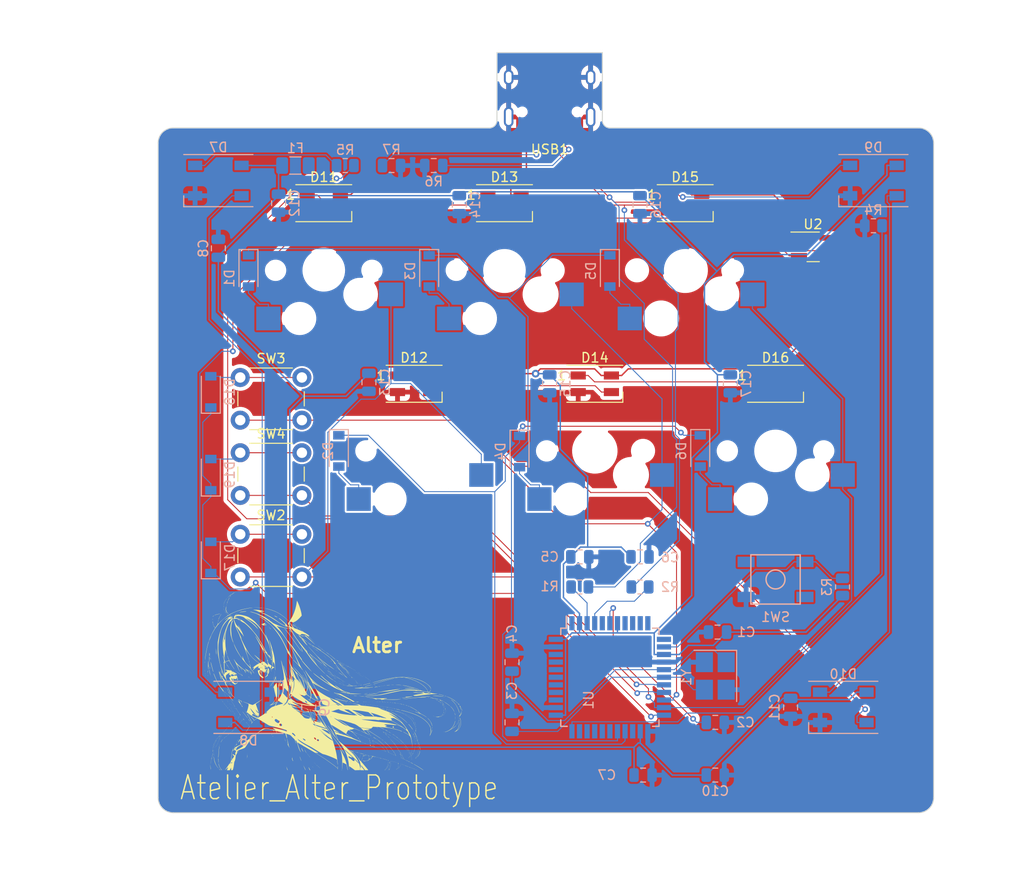
<source format=kicad_pcb>
(kicad_pcb (version 20211014) (generator pcbnew)
  (layers (0 "F.Cu" signal) (31 "B.Cu" signal) (34 "B.Paste" user) (35 "F.Paste" user) (36 "B.SilkS" user "B.Silkscreen") (37 "F.SilkS" user "F.Silkscreen") (38 "B.Mask" user) (39 "F.Mask" user) (44 "Edge.Cuts" user))
  (net 0 "")
  (net 1 "+5V")
  (net 2 "GND")
  (net 3 "Net-(C2-Pad2)")
  (net 4 "Net-(C3-Pad2)")
  (net 5 "Net-(C4-Pad2)")
  (net 6 "ROW1")
  (net 7 "Net-(D1-Pad2)")
  (net 8 "ROW2")
  (net 9 "Net-(D2-Pad2)")
  (net 10 "Net-(D3-Pad2)")
  (net 11 "Net-(D4-Pad2)")
  (net 12 "Net-(D5-Pad2)")
  (net 13 "Net-(D6-Pad2)")
  (net 14 "VCC")
  (net 15 "COL1")
  (net 16 "COL2")
  (net 17 "COL3")
  (net 18 "D-")
  (net 19 "Net-(R1-Pad2)")
  (net 20 "D+")
  (net 21 "Net-(R2-Pad2)")
  (net 22 "Net-(R3-Pad1)")
  (net 23 "Net-(R4-Pad1)")
  (net 28 "D11")
  (net 34 "ROW3")
  (net 36 "Net-(D17-Pad2)")
  (net 37 "Net-(D7-Pad2)")
  (net 38 "Net-(D7-Pad4)")
  (net 39 "D12")
  (net 47 "Net-(D10-Pad2)")
  (net 49 "D21")
  (net 50 "Net-(D11-Pad1)")
  (net 51 "Net-(D12-Pad1)")
  (net 52 "Net-(D13-Pad1)")
  (net 53 "Net-(D14-Pad1)")
  (net 55 "RGB")
  (net 56 "Net-(D18-Pad2)")
  (net 57 "Net-(D19-Pad2)")
  (net 60 "Net-(R6-Pad2)")
  (net 61 "Net-(R7-Pad2)")
  (footprint "MX_Only:MXOnly-1U-Hotswap" (layer "F.Cu") (at 174.625 92.8062 180)
    (fp_text reference "MX6")
    (fp_text value "MX-NoLED")
  )
  (footprint "LED_SMD:LED_SK6812MINI_PLCC4_3.5x3.5mm_P1.75mm" (layer "F.Cu") (at 155.575 85.725)
    (fp_text reference "D14")
    (fp_text value "SK6812MINI")
  )
  (footprint "Button_Switch_THT:SW_PUSH_6mm_H9.5mm" (layer "F.Cu") (at 118.1938 101.6)
    (fp_text reference "SW2")
    (fp_text value "SW_DPST")
  )
  (footprint "MX_Only:MXOnly-1U-Hotswap" (layer "F.Cu") (at 165.1 73.7562 180)
    (fp_text reference "MX5")
    (fp_text value "MX-NoLED")
  )
  (footprint "MX_Only:MXOnly-1U-Hotswap" (layer "F.Cu") (at 155.575 92.8062 180)
    (fp_text reference "MX4")
    (fp_text value "MX-NoLED")
  )
  (footprint "Button_Switch_THT:SW_PUSH_6mm_H9.5mm" (layer "F.Cu") (at 118.1938 85.0625)
    (fp_text reference "SW3")
    (fp_text value "SW_DPST")
  )
  (footprint "Alter_Drawing" (layer "F.Cu") (at 127.878929 116.481622)
    (fp_text reference "Alter")
    (fp_text value "LOGO" hide)
  )
  (footprint "LED_SMD:LED_SK6812MINI_PLCC4_3.5x3.5mm_P1.75mm" (layer "F.Cu") (at 127 66.675)
    (fp_text reference "D11")
    (fp_text value "SK6812MINI")
  )
  (footprint "LED_SMD:LED_SK6812MINI_PLCC4_3.5x3.5mm_P1.75mm" (layer "F.Cu") (at 146.05 66.675)
    (fp_text reference "D13")
    (fp_text value "SK6812MINI")
  )
  (footprint "MX_Only:MXOnly-1U-Hotswap" (layer "F.Cu") (at 146.05 73.7562 180)
    (fp_text reference "MX3")
    (fp_text value "MX-NoLED")
  )
  (footprint "MX_Only:MXOnly-1U-Hotswap" (layer "F.Cu") (at 127 73.7562 180)
    (fp_text reference "MX1")
    (fp_text value "MX-NoLED")
  )
  (footprint "Type-C:HRO-TYPE-C-31-M-12-HandSoldering" (layer "F.Cu") (at 150.8125 50.8 180)
    (fp_text reference "USB1")
    (fp_text value "HRO-TYPE-C-31-M-12")
  )
  (footprint "LED_SMD:LED_SK6812MINI_PLCC4_3.5x3.5mm_P1.75mm" (layer "F.Cu") (at 136.525 85.725)
    (fp_text reference "D12")
    (fp_text value "SK6812MINI")
  )
  (footprint "Button_Switch_THT:SW_PUSH_6mm_H9.5mm" (layer "F.Cu") (at 118.1938 93)
    (fp_text reference "SW4")
    (fp_text value "SW_DPST")
  )
  (footprint "MX_Only:MXOnly-1U-Hotswap" (layer "F.Cu") (at 136.525 92.8062 180)
    (fp_text reference "MX2")
    (fp_text value "MX-NoLED")
  )
  (footprint "Package_TO_SOT_SMD:SOT-143_Handsoldering" (layer "F.Cu") (at 178.5938 71.2812)
    (fp_text reference "U2")
    (fp_text value "PRTR5V0U2X")
  )
  (footprint "LED_SMD:LED_SK6812MINI_PLCC4_3.5x3.5mm_P1.75mm" (layer "F.Cu") (at 165.1 66.675)
    (fp_text reference "D15")
    (fp_text value "SK6812MINI")
  )
  (footprint "LED_SMD:LED_SK6812MINI_PLCC4_3.5x3.5mm_P1.75mm" (layer "F.Cu") (at 174.625 85.725)
    (fp_text reference "D16")
    (fp_text value "SK6812MINI")
  )
  (footprint "Diode_SMD:D_SOD-123" (layer "B.Cu") (at 157.1625 73.8187 -90)
    (fp_text reference "D5")
    (fp_text value "SOD-123")
  )
  (footprint "LED_SMD:LED_SK6812_PLCC4_5.0x5.0mm_P3.2mm" (layer "B.Cu") (at 181.7688 119.8562 180)
    (fp_text reference "D10")
    (fp_text value "SK6812")
  )
  (footprint "Package_QFP:TQFP-44_10x10mm_P0.8mm" (layer "B.Cu") (at 157.1625 116.6812 -90)
    (fp_text reference "U1")
    (fp_text value "ATmega32U4-A")
  )
  (footprint "Capacitor_SMD:C_0805_2012Metric" (layer "B.Cu") (at 160.6591 127)
    (fp_text reference "C7")
    (fp_text value "10uF")
  )
  (footprint "Capacitor_SMD:C_0805_2012Metric" (layer "B.Cu") (at 141.2875 66.8312 90)
    (fp_text reference "C14")
    (fp_text value "100uF")
  )
  (footprint "Resistor_SMD:R_0805_2012Metric" (layer "B.Cu") (at 184.9438 69.0562 180)
    (fp_text reference "R4")
    (fp_text value "10k")
  )
  (footprint "Diode_SMD:D_SOD-123" (layer "B.Cu") (at 119.0625 73.8187 -90)
    (fp_text reference "D1")
    (fp_text value "SOD-123")
  )
  (footprint "Capacitor_SMD:C_0805_2012Metric" (layer "B.Cu") (at 169.8625 85.725 90)
    (fp_text reference "C17")
    (fp_text value "100uF")
  )
  (footprint "Capacitor_SMD:C_0805_2012Metric" (layer "B.Cu") (at 134.1438 62.7062 180)
    (fp_text reference "R7")
    (fp_text value "5.1k")
  )
  (footprint "Fuse:Fuse_1206_3216Metric" (layer "B.Cu") (at 124.0125 62.7062 180)
    (fp_text reference "F1")
    (fp_text value "500mA")
  )
  (footprint "Resistor_SMD:R_0805_2012Metric" (layer "B.Cu") (at 153.9875 107.1562 180)
    (fp_text reference "R1")
    (fp_text value "22")
  )
  (footprint "random-keyboard-parts:SKQG-1155865" (layer "B.Cu") (at 174.625 106.3625 180)
    (fp_text reference "SW1")
    (fp_text value "RESET")
  )
  (footprint "Resistor_SMD:R_0805_2012Metric" (layer "B.Cu") (at 160.3375 107.1562)
    (fp_text reference "R2")
    (fp_text value "22")
  )
  (footprint "Capacitor_SMD:C_0805_2012Metric" (layer "B.Cu") (at 125.4125 119.8562 90)
    (fp_text reference "C9")
    (fp_text value "100nF")
  )
  (footprint "Capacitor_SMD:C_0805_2012Metric" (layer "B.Cu") (at 150.8125 85.725 90)
    (fp_text reference "C15")
    (fp_text value "100uF")
  )
  (footprint "Diode_SMD:D_SOD-123" (layer "B.Cu") (at 147.6375 92.8687 -90)
    (fp_text reference "D4")
    (fp_text value "SOD-123")
  )
  (footprint "Diode_SMD:D_SOD-123" (layer "B.Cu") (at 115.0938 104.0437 90)
    (fp_text reference "D17")
    (fp_text value "SOD-123")
  )
  (footprint "Capacitor_SMD:C_0805_2012Metric" (layer "B.Cu") (at 153.9875 103.9812)
    (fp_text reference "C5")
    (fp_text value "0.1uF")
  )
  (footprint "LED_SMD:LED_SK6812_PLCC4_5.0x5.0mm_P3.2mm" (layer "B.Cu") (at 184.9438 64.2937 180)
    (fp_text reference "D9")
    (fp_text value "SK6812")
  )
  (footprint "Capacitor_SMD:C_0805_2012Metric" (layer "B.Cu") (at 160.3375 103.9812)
    (fp_text reference "C6")
    (fp_text value "0.1uF")
  )
  (footprint "Capacitor_SMD:C_0805_2012Metric" (layer "B.Cu") (at 146.8438 115.0937 -90)
    (fp_text reference "C4")
    (fp_text value "22pF")
  )
  (footprint "Capacitor_SMD:C_0805_2012Metric" (layer "B.Cu") (at 138.5938 62.7062)
    (fp_text reference "R6")
    (fp_text value "5.1k")
  )
  (footprint "Diode_SMD:D_SOD-123" (layer "B.Cu") (at 115.0938 95.3125 90)
    (fp_text reference "D19")
    (fp_text value "SOD-123")
  )
  (footprint "LED_SMD:LED_SK6812_PLCC4_5.0x5.0mm_P3.2mm" (layer "B.Cu") (at 115.8875 64.2937 180)
    (fp_text reference "D7")
    (fp_text value "SK6812")
  )
  (footprint "Capacitor_SMD:C_0805_2012Metric" (layer "B.Cu") (at 115.8875 71.4375 90)
    (fp_text reference "C8")
    (fp_text value "100nF")
  )
  (footprint "Diode_SMD:D_SOD-123" (layer "B.Cu") (at 128.5875 92.8062 -90)
    (fp_text reference "D2")
    (fp_text value "SOD-123")
  )
  (footprint "Capacitor_SMD:C_0805_2012Metric" (layer "B.Cu") (at 176.2125 119.8562 -90)
    (fp_text reference "C11")
    (fp_text value "100nF")
  )
  (footprint "LED_SMD:LED_SK6812_PLCC4_5.0x5.0mm_P3.2mm" (layer "B.Cu") (at 119.0625 119.8562)
    (fp_text reference "D8")
    (fp_text value "SK6812")
  )
  (footprint "Capacitor_SMD:C_0805_2012Metric" (layer "B.Cu") (at 131.7625 85.5687 90)
    (fp_text reference "C13")
    (fp_text value "100uF")
  )
  (footprint "Resistor_SMD:R_0805_2012Metric" (layer "B.Cu") (at 129.2625 62.7062 180)
    (fp_text reference "R5")
    (fp_text value "300")
  )
  (footprint "Capacitor_SMD:C_0805_2012Metric" (layer "B.Cu") (at 168.5125 111.9187 180)
    (fp_text reference "C1")
    (fp_text value "0.1uF")
  )
  (footprint "Diode_SMD:D_SOD-123" (layer "B.Cu") (at 138.1125 73.8187 -90)
    (fp_text reference "D3")
    (fp_text value "SOD-123")
  )
  (footprint "Capacitor_SMD:C_0805_2012Metric" (layer "B.Cu") (at 168.275 127)
    (fp_text reference "C10")
    (fp_text value "100nF")
  )
  (footprint "Crystal:Crystal_SMD_3225-4Pin_3.2x2.5mm_HandSoldering" (layer "B.Cu") (at 168.275 116.5437 -90)
    (fp_text reference "Y1")
    (fp_text value "16Mhz")
  )
  (footprint "Diode_SMD:D_SOD-123" (layer "B.Cu") (at 115.0938 86.5812 90)
    (fp_text reference "D18")
    (fp_text value "SOD-123")
  )
  (footprint "Diode_SMD:D_SOD-123" (layer "B.Cu") (at 166.6875 92.8062 -90)
    (fp_text reference "D6")
    (fp_text value "SOD-123")
  )
  (footprint "Resistor_SMD:R_0805_2012Metric" (layer "B.Cu") (at 181.6888 107.1562 -90)
    (fp_text reference "R3")
    (fp_text value "10k")
  )
  (footprint "Capacitor_SMD:C_0805_2012Metric" (layer "B.Cu") (at 160.3375 66.8312 90)
    (fp_text reference "C16")
    (fp_text value "100uF")
  )
  (footprint "Capacitor_SMD:C_0805_2012Metric" (layer "B.Cu") (at 122.2375 66.675 90)
    (fp_text reference "C12")
    (fp_text value "100uF")
  )
  (footprint "Capacitor_SMD:C_0805_2012Metric" (layer "B.Cu") (at 168.275 121.4437 180)
    (fp_text reference "C2")
    (fp_text value "1uF")
  )
  (footprint "Capacitor_SMD:C_0805_2012Metric" (layer "B.Cu") (at 146.8438 121.4437 -90)
    (fp_text reference "C3")
    (fp_text value "22pF")
  )
  (gr_arc (start 191.29375 129.38125) (mid 190.828782 130.503782) (end 189.70625 130.96875) (layer "Edge.Cuts") (width 0.1))
  (gr_line (start 157.1625 58.7375) (end 189.70625 58.7375) (layer "Edge.Cuts") (width 0.1))
  (gr_arc (start 189.70625 58.7375) (mid 190.8288 59.202465) (end 191.29375 60.325) (layer "Edge.Cuts") (width 0.1))
  (gr_line (start 145.25625 50.8) (end 156.36875 50.8) (layer "Edge.Cuts") (width 0.1))
  (gr_arc (start 109.5375 60.325) (mid 110.002483 59.202483) (end 111.125 58.7375) (layer "Edge.Cuts") (width 0.1))
  (gr_line (start 191.29375 60.325) (end 191.29375 129.38125) (layer "Edge.Cuts") (width 0.1))
  (gr_arc (start 145.25625 57.94375) (mid 145.023766 58.505016) (end 144.4625 58.7375) (layer "Edge.Cuts") (width 0.1))
  (gr_line (start 189.70625 130.96875) (end 111.125 130.96875) (layer "Edge.Cuts") (width 0.1))
  (gr_arc (start 111.125 130.96875) (mid 110.0025 130.503764) (end 109.5375 129.38125) (layer "Edge.Cuts") (width 0.1))
  (gr_line (start 111.125 58.7375) (end 144.4625 58.7375) (layer "Edge.Cuts") (width 0.1))
  (gr_line (start 145.25625 50.8) (end 145.25625 57.94375) (layer "Edge.Cuts") (width 0.1))
  (gr_line (start 109.5375 129.38125) (end 109.5375 60.325) (layer "Edge.Cuts") (width 0.1))
  (gr_line (start 156.36875 50.8) (end 156.36875 57.94375) (layer "Edge.Cuts") (width 0.1))
  (gr_arc (start 157.1625 58.7375) (mid 156.601234 58.505016) (end 156.36875 57.94375) (layer "Edge.Cuts") (width 0.1))
  (gr_text "Atelier_Alter_Prototype" (at 128.621884 128.333525) (layer "F.SilkS") (effects (font (size 2.5 2))))
  (segment (start 148.3625 63.4619) (end 146.7247 65.0997) (width 0.15) (layer "F.Cu") (net 1))
  (segment (start 174.5994 84.1497) (end 159.1006 84.1497) (width 0.15) (layer "F.Cu") (net 1))
  (segment (start 174.5994 84.1497) (end 181.2191 77.53) (width 0.15) (layer "F.Cu") (net 1))
  (segment (start 146.7247 65.8) (end 146.7247 65.0997) (width 0.15) (layer "F.Cu") (net 1))
  (segment (start 179.5312 70.3312) (end 178.9685 70.3312) (width 0.15) (layer "F.Cu") (net 1))
  (segment (start 159.1006 84.1497) (end 158.4003 84.85) (width 0.15) (layer "F.Cu") (net 1))
  (segment (start 152.9576 57.1898) (end 153.2625 57.4947) (width 0.15) (layer "F.Cu") (net 1))
  (segment (start 153.2625 58.995) (end 153.2625 60.4953) (width 0.15) (layer "F.Cu") (net 1))
  (segment (start 180.0938 70.3312) (end 181.2191 70.3312) (width 0.15) (layer "F.Cu") (net 1))
  (segment (start 160.0929 60.4953) (end 153.2625 60.4953) (width 0.15) (layer "F.Cu") (net 1))
  (segment (start 153.2625 58.995) (end 153.2625 57.4947) (width 0.15) (layer "F.Cu") (net 1))
  (segment (start 148.6674 57.1898) (end 152.9576 57.1898) (width 0.15) (layer "F.Cu") (net 1))
  (segment (start 176.375 84.85) (end 175.2997 84.85) (width 0.15) (layer "F.Cu") (net 1))
  (segment (start 130.5256 65.0997) (end 129.8253 65.8) (width 0.15) (layer "F.Cu") (net 1))
  (segment (start 174.4373 65.8) (end 178.9685 70.3312) (width 0.15) (layer "F.Cu") (net 1))
  (segment (start 138.275 84.85) (end 139.3503 84.85) (width 0.15) (layer "F.Cu") (net 1))
  (segment (start 149.332 84.6582) (end 139.5421 84.6582) (width 0.15) (layer "F.Cu") (net 1))
  (segment (start 149.332 84.6582) (end 149.8405 84.1497) (width 0.15) (layer "F.Cu") (net 1))
  (segment (start 148.3625 57.4947) (end 148.6674 57.1898) (width 0.15) (layer "F.Cu") (net 1))
  (segment (start 165.7747 65.8) (end 163.9646 63.9899) (width 0.15) (layer "F.Cu") (net 1))
  (segment (start 155.5494 84.1497) (end 156.2497 84.85) (width 0.15) (layer "F.Cu") (net 1))
  (segment (start 147.8 65.8) (end 146.7247 65.8) (width 0.15) (layer "F.Cu") (net 1))
  (segment (start 166.85 65.8) (end 165.7747 65.8) (width 0.15) (layer "F.Cu") (net 1))
  (segment (start 148.3625 58.995) (end 148.3625 57.4947) (width 0.15) (layer "F.Cu") (net 1))
  (segment (start 128.75 65.8) (end 129.8253 65.8) (width 0.15) (layer "F.Cu") (net 1))
  (segment (start 157.325 84.85) (end 158.4003 84.85) (width 0.15) (layer "F.Cu") (net 1))
  (segment (start 166.85 65.8) (end 174.4373 65.8) (width 0.15) (layer "F.Cu") (net 1))
  (segment (start 157.325 84.85) (end 156.2497 84.85) (width 0.15) (layer "F.Cu") (net 1))
  (segment (start 148.3625 58.995) (end 148.3625 63.4619) (width 0.15) (layer "F.Cu") (net 1))
  (segment (start 179.5312 70.3312) (end 180.0938 70.3312) (width 0.15) (layer "F.Cu") (net 1))
  (segment (start 163.9646 63.9899) (end 163.5875 63.9899) (width 0.15) (layer "F.Cu") (net 1))
  (segment (start 139.5421 84.6582) (end 139.3503 84.85) (width 0.15) (layer "F.Cu") (net 1))
  (segment (start 181.2191 77.53) (end 181.2191 70.3312) (width 0.15) (layer "F.Cu") (net 1))
  (segment (start 163.5875 63.9899) (end 160.0929 60.4953) (width 0.15) (layer "F.Cu") (net 1))
  (segment (start 146.7247 65.0997) (end 130.5256 65.0997) (width 0.15) (layer "F.Cu") (net 1))
  (segment (start 175.2997 84.85) (end 174.5994 84.1497) (width 0.15) (layer "F.Cu") (net 1))
  (segment (start 149.8405 84.1497) (end 155.5494 84.1497) (width 0.15) (layer "F.Cu") (net 1))
  (via (at 149.332 84.6582) (size 0.8) (drill 0.4) (layers "F.Cu" "B.Cu") (net 1))
  (segment (start 123.4184 118.8121) (end 123.4184 88.464) (width 0.15) (layer "B.Cu") (net 1))
  (segment (start 127.2153 124.0599) (end 125.4125 122.2571) (width 0.15) (layer "B.Cu") (net 1))
  (segment (start 119.3753 62.7062) (end 122.2375 62.7062) (width 0.15) (layer "B.Cu") (net 1))
  (segment (start 182.4182 119.0315) (end 176.3378 119.0315) (width 0.15) (layer "B.Cu") (net 1))
  (segment (start 177.9929 72.0946) (end 186.3685 63.719) (width 0.15) (layer "B.Cu") (net 1))
  (segment (start 123.4184 88.464) (end 124.8489 87.0335) (width 0.15) (layer "B.Cu") (net 1))
  (segment (start 115.8875 72.2312) (end 115.8875 72.3875) (width 0.15) (layer "B.Cu") (net 1))
  (segment (start 165.4328 113.3179) (end 168.0633 113.3179) (width 0.15) (layer "B.Cu") (net 1))
  (segment (start 152.269 104.7497) (end 153.0375 103.9812) (width 0.15) (layer "B.Cu") (net 1))
  (segment (start 153.9625 111.4062) (end 153.9625 112.0065) (width 0.15) (layer "B.Cu") (net 1))
  (segment (start 118.3375 62.6937) (end 119.3628 62.6937) (width 0.15) (layer "B.Cu") (net 1))
  (segment (start 168.4986 84.775) (end 167.1347 83.4111) (width 0.15) (layer "B.Cu") (net 1))
  (segment (start 165.7863 108.0574) (end 165.7863 93.5668) (width 0.15) (layer "B.Cu") (net 1))
  (segment (start 160.3625 122.3812) (end 160.3625 123.4065) (width 0.15) (layer "B.Cu") (net 1))
  (segment (start 122.2375 65.725) (end 122.2375 65.8812) (width 0.15) (layer "B.Cu") (net 1))
  (segment (start 151.4625 120.6812) (end 152.4878 120.6812) (width 0.15) (layer "B.Cu") (net 1))
  (segment (start 157.9625 112.0065) (end 153.9625 112.0065) (width 0.15) (layer "B.Cu") (net 1))
  (segment (start 115.8875 72.3875) (end 115.8875 78.0721) (width 0.15) (layer "B.Cu") (net 1))
  (segment (start 169.4625 111.9187) (end 177.8388 111.9187) (width 0.15) (layer "B.Cu") (net 1))
  (segment (start 167.1347 83.4111) (end 167.1347 75.1745) (width 0.15) (layer "B.Cu") (net 1))
  (segment (start 151.9361 85.8986) (end 150.8125 84.775) (width 0.15) (layer "B.Cu") (net 1))
  (segment (start 122.2375 62.7062) (end 122.6125 62.7062) (width 0.15) (layer "B.Cu") (net 1))
  (segment (start 154.8196 102.9523) (end 158.3586 102.9523) (width 0.15) (layer "B.Cu") (net 1))
  (segment (start 164.4695 114.2812) (end 165.4328 113.3179) (width 0.15) (layer "B.Cu") (net 1))
  (segment (start 153.9625 110.9812) (end 153.9625 109.9559) (width 0.15) (layer "B.Cu") (net 1))
  (segment (start 168.4496 73.8596) (end 170.2146 72.0946) (width 0.15) (layer "B.Cu") (net 1))
  (segment (start 122.2375 65.8812) (end 115.8875 72.2312) (width 0.15) (layer "B.Cu") (net 1))
  (segment (start 161.8344 114.2784) (end 161.8372 114.2812) (width 0.15) (layer "B.Cu") (net 1))
  (segment (start 177.8388 111.9187) (end 181.6888 108.0687) (width 0.15) (layer "B.Cu") (net 1))
  (segment (start 157.9625 110.9812) (end 157.9625 112.0065) (width 0.15) (layer "B.Cu") (net 1))
  (segment (start 116.6125 121.4562) (end 117.6378 121.4562) (width 0.15) (layer "B.Cu") (net 1))
  (segment (start 153.9625 112.0065) (end 153.1625 112.0065) (width 0.15) (layer "B.Cu") (net 1))
  (segment (start 122.2375 62.7062) (end 122.2375 65.725) (width 0.15) (layer "B.Cu") (net 1))
  (segment (start 160.3375 65.8812) (end 159.9319 65.4756) (width 0.15) (layer "B.Cu") (net 1))
  (segment (start 163.7486 127) (end 167.325 127) (width 0.15) (layer "B.Cu") (net 1))
  (segment (start 162.8625 114.2812) (end 164.4695 114.2812) (width 0.15) (layer "B.Cu") (net 1))
  (segment (start 161.8344 112.0093) (end 161.8344 114.2784) (width 0.15) (layer "B.Cu") (net 1))
  (segment (start 153.9625 109.9559) (end 152.269 108.2624) (width 0.15) (layer "B.Cu") (net 1))
  (segment (start 157.9653 112.0093) (end 157.9625 112.0065) (width 0.15) (layer "B.Cu") (net 1))
  (segment (start 153.1625 112.0065) (end 152.4878 112.6812) (width 0.15) (layer "B.Cu") (net 1))
  (segment (start 167.1347 75.1745) (end 168.4496 73.8596) (width 0.15) (layer "B.Cu") (net 1))
  (segment (start 162.3499 114.2812) (end 161.8372 114.2812) (width 0.15) (layer "B.Cu") (net 1))
  (segment (start 167.325 127) (end 175.4188 118.9062) (width 0.15) (layer "B.Cu") (net 1))
  (segment (start 151.4625 112.6812) (end 152.4878 112.6812) (width 0.15) (layer "B.Cu") (net 1))
  (segment (start 125.4125 122.2571) (end 118.4387 122.2571) (width 0.15) (layer "B.Cu") (net 1))
  (segment (start 153.0375 103.9812) (end 154.0664 102.9523) (width 0.15) (layer "B.Cu") (net 1))
  (segment (start 187.3938 62.6937) (end 186.3685 62.6937) (width 0.15) (layer "B.Cu") (net 1))
  (segment (start 170.2146 72.0946) (end 177.9929 72.0946) (width 0.15) (layer "B.Cu") (net 1))
  (segment (start 154.0664 102.9523) (end 154.8196 102.9523) (width 0.15) (layer "B.Cu") (net 1))
  (segment (start 186.3685 63.719) (end 186.3685 62.6937) (width 0.15) (layer "B.Cu") (net 1))
  (segment (start 175.4188 118.9062) (end 176.2125 118.9062) (width 0.15) (layer "B.Cu") (net 1))
  (segment (start 141.6931 65.4756) (end 141.2875 65.8812) (width 0.15) (layer "B.Cu") (net 1))
  (segment (start 119.3628 62.6937) (end 119.3753 62.7062) (width 0.15) (layer "B.Cu") (net 1))
  (segment (start 168.4496 73.8596) (end 160.4712 65.8812) (width 0.15) (layer "B.Cu") (net 1))
  (segment (start 149.332 84.6582) (end 150.6957 84.6582) (width 0.15) (layer "B.Cu") (net 1))
  (segment (start 125.4125 122.2571) (end 125.4125 120.8062) (width 0.15) (layer "B.Cu") (net 1))
  (segment (start 159.7091 127) (end 159.7091 124.0599) (width 0.15) (layer "B.Cu") (net 1))
  (segment (start 159.7091 124.0599) (end 160.1551 123.6139) (width 0.15) (layer "B.Cu") (net 1))
  (segment (start 122.2375 65.8812) (end 141.2875 65.8812) (width 0.15) (layer "B.Cu") (net 1))
  (segment (start 165.7863 93.5668) (end 168.4986 90.8545) (width 0.15) (layer "B.Cu") (net 1))
  (segment (start 161.8344 112.0093) (end 165.7863 108.0574) (width 0.15) (layer "B.Cu") (net 1))
  (segment (start 118.4387 122.2571) (end 117.6378 121.4562) (width 0.15) (layer "B.Cu") (net 1))
  (segment (start 160.4712 65.8812) (end 160.3375 65.8812) (width 0.15) (layer "B.Cu") (net 1))
  (segment (start 153.9625 111.4062) (end 153.9625 110.9812) (width 0.15) (layer "B.Cu") (net 1))
  (segment (start 176.3378 119.0315) (end 176.2125 118.9062) (width 0.15) (layer "B.Cu") (net 1))
  (segment (start 183.1935 118.2562) (end 182.4182 119.0315) (width 0.15) (layer "B.Cu") (net 1))
  (segment (start 160.1551 123.6139) (end 160.3625 123.6139) (width 0.15) (layer "B.Cu") (net 1))
  (segment (start 159.7091 124.0599) (end 127.2153 124.0599) (width 0.15) (layer "B.Cu") (net 1))
  (segment (start 160.3625 123.4065) (end 160.3625 123.6139) (width 0.15) (layer "B.Cu") (net 1))
  (segment (start 168.4986 90.8545) (end 168.4986 84.775) (width 0.15) (layer "B.Cu") (net 1))
  (segment (start 115.8875 78.0721) (end 124.8489 87.0335) (width 0.15) (layer "B.Cu") (net 1))
  (segment (start 162.3499 114.2812) (end 162.8625 114.2812) (width 0.15) (layer "B.Cu") (net 1))
  (segment (start 124.8489 87.0335) (end 129.3477 87.0335) (width 0.15) (layer "B.Cu") (net 1))
  (segment (start 151.9361 92.6203) (end 151.9361 85.8986) (width 0.15) (layer "B.Cu") (net 1))
  (segment (start 161.8344 112.0093) (end 157.9653 112.0093) (width 0.15) (layer "B.Cu") (net 1))
  (segment (start 160.3625 123.6139) (end 163.7486 127) (width 0.15) (layer "B.Cu") (net 1))
  (segment (start 154.8196 95.5038) (end 151.9361 92.6203) (width 0.15) (layer "B.Cu") (net 1))
  (segment (start 152.269 108.2624) (end 152.269 104.7497) (width 0.15) (layer "B.Cu") (net 1))
  (segment (start 150.6957 84.6582) (end 150.8125 84.775) (width 0.15) (layer "B.Cu") (net 1))
  (segment (start 168.0633 113.3179) (end 169.4625 111.9187) (width 0.15) (layer "B.Cu") (net 1))
  (segment (start 159.9319 65.4756) (end 141.6931 65.4756) (width 0.15) (layer "B.Cu") (net 1))
  (segment (start 125.4125 120.8062) (end 123.4184 118.8121) (width 0.15) (layer "B.Cu") (net 1))
  (segment (start 129.3477 87.0335) (end 131.7625 84.6187) (width 0.15) (layer "B.Cu") (net 1))
  (segment (start 184.2188 118.2562) (end 183.1935 118.2562) (width 0.15) (layer "B.Cu") (net 1))
  (segment (start 169.8625 84.775) (end 168.4986 84.775) (width 0.15) (layer "B.Cu") (net 1))
  (segment (start 154.8196 102.9523) (end 154.8196 95.5038) (width 0.15) (layer "B.Cu") (net 1))
  (segment (start 152.4878 120.6812) (end 152.4878 112.6812) (width 0.15) (layer "B.Cu") (net 1))
  (segment (start 158.3586 102.9523) (end 159.3875 103.9812) (width 0.15) (layer "B.Cu") (net 1))
  (segment (start 157.514 112.6391) (end 157.514 109.382) (width 0.1) (layer "F.Cu") (net 3))
  (segment (start 165.9375 121.0626) (end 157.514 112.6391) (width 0.1) (layer "F.Cu") (net 3))
  (via (at 165.9375 121.0626) (size 0.6) (drill 0.3) (layers "F.Cu" "B.Cu") (net 3))
  (via (at 157.514 109.382) (size 0.6) (drill 0.3) (layers "F.Cu" "B.Cu") (net 3))
  (segment (start 157.514 109.382) (end 157.1625 109.7335) (width 0.1) (layer "B.Cu") (net 3))
  (segment (start 167.325 121.4437) (end 166.3186 121.4437) (width 0.1) (layer "B.Cu") (net 3))
  (segment (start 166.3186 121.4437) (end 165.9375 121.0626) (width 0.1) (layer "B.Cu") (net 3))
  (segment (start 157.1625 109.7335) (end 157.1625 110.9812) (width 0.1) (layer "B.Cu") (net 3))
  (segment (start 164.6622 116.6812) (end 162.8625 116.6812) (width 0.1) (layer "B.Cu") (net 4))
  (segment (start 165.9747 117.9937) (end 164.6622 116.6812) (width 0.1) (layer "B.Cu") (net 4))
  (segment (start 146.8438 122.3937) (end 151.6604 122.3937) (width 0.1) (layer "B.Cu") (net 4))
  (segment (start 167.125 117.9937) (end 165.9747 117.9937) (width 0.1) (layer "B.Cu") (net 4))
  (segment (start 151.6604 122.3937) (end 157.3729 116.6812) (width 0.1) (layer "B.Cu") (net 4))
  (segment (start 157.3729 116.6812) (end 162.8625 116.6812) (width 0.1) (layer "B.Cu") (net 4))
  (segment (start 163.9697 115.8812) (end 162.8625 115.8812) (width 0.1) (layer "B.Cu") (net 5))
  (segment (start 169.425 115.0937) (end 169.425 115.0897) (width 0.1) (layer "B.Cu") (net 5))
  (segment (start 166.0576 113.7933) (end 163.9697 115.8812) (width 0.1) (layer "B.Cu") (net 5))
  (segment (start 169.425 115.0897) (end 168.1286 113.7933) (width 0.1) (layer "B.Cu") (net 5))
  (segment (start 162.8625 115.8812) (end 157.748 115.8812) (width 0.1) (layer "B.Cu") (net 5))
  (segment (start 168.1286 113.7933) (end 166.0576 113.7933) (width 0.1) (layer "B.Cu") (net 5))
  (segment (start 152.3885 121.2407) (end 150.6319 121.2407) (width 0.1) (layer "B.Cu") (net 5))
  (segment (start 157.748 115.8812) (end 152.3885 121.2407) (width 0.1) (layer "B.Cu") (net 5))
  (segment (start 146.8438 117.4526) (end 146.8438 116.0437) (width 0.1) (layer "B.Cu") (net 5))
  (segment (start 150.6319 121.2407) (end 146.8438 117.4526) (width 0.1) (layer "B.Cu") (net 5))
  (segment (start 145.8623 112.1762) (end 145.8623 122.8823) (width 0.1) (layer "B.Cu") (net 6))
  (segment (start 138.1125 72.1687) (end 138.9628 72.1687) (width 0.1) (layer "B.Cu") (net 6))
  (segment (start 146.5823 76.7084) (end 148.5284 78.6546) (width 0.1) (layer "B.Cu") (net 6))
  (segment (start 157.1625 72.1687) (end 151.122 72.1687) (width 0.1) (layer "B.Cu") (net 6))
  (segment (start 145.8623 122.8823) (end 146.3615 123.3815) (width 0.1) (layer "B.Cu") (net 6))
  (segment (start 145.4361 76.5787) (end 146.4525 76.5787) (width 0.1) (layer "B.Cu") (net 6))
  (segment (start 157.9625 122.3812) (end 157.9625 123.3815) (width 0.1) (layer "B.Cu") (net 6))
  (segment (start 138.1125 71.4684) (end 119.0625 71.4684) (width 0.1) (layer "B.Cu") (net 6))
  (segment (start 119.0625 72.1687) (end 119.0625 71.4684) (width 0.1) (layer "B.Cu") (net 6))
  (segment (start 138.9628 72.1687) (end 141.0261 72.1687) (width 0.1) (layer "B.Cu") (net 6))
  (segment (start 146.7872 111.2513) (end 145.8623 112.1762) (width 0.1) (layer "B.Cu") (net 6))
  (segment (start 141.0261 72.1687) (end 145.4361 76.5787) (width 0.1) (layer "B.Cu") (net 6))
  (segment (start 146.7872 93.475) (end 146.7872 111.2513) (width 0.1) (layer "B.Cu") (net 6))
  (segment (start 151.122 72.1687) (end 146.5823 76.7084) (width 0.1) (layer "B.Cu") (net 6))
  (segment (start 148.5284 91.7338) (end 146.7872 93.475) (width 0.1) (layer "B.Cu") (net 6))
  (segment (start 146.4525 76.5787) (end 146.5823 76.7084) (width 0.1) (layer "B.Cu") (net 6))
  (segment (start 138.1125 72.1687) (end 138.1125 71.4684) (width 0.1) (layer "B.Cu") (net 6))
  (segment (start 148.5284 78.6546) (end 148.5284 91.7338) (width 0.1) (layer "B.Cu") (net 6))
  (segment (start 146.3615 123.3815) (end 157.9625 123.3815) (width 0.1) (layer "B.Cu") (net 6))
  (segment (start 119.0625 75.4687) (end 119.0625 76.169) (width 0.1) (layer "B.Cu") (net 7))
  (segment (start 121.158 78.8362) (end 121.158 77.3359) (width 0.1) (layer "B.Cu") (net 7))
  (segment (start 120.2294 77.3359) (end 121.158 77.3359) (width 0.1) (layer "B.Cu") (net 7))
  (segment (start 119.0625 76.169) (end 120.2294 77.3359) (width 0.1) (layer "B.Cu") (net 7))
  (segment (start 163.9871 90.2058) (end 147.9772 90.2058) (width 0.1) (layer "F.Cu") (net 8))
  (segment (start 164.6488 90.8675) (end 163.9871 90.2058) (width 0.1) (layer "F.Cu") (net 8))
  (via (at 164.6488 90.8675) (size 0.6) (drill 0.3) (layers "F.Cu" "B.Cu") (net 8))
  (via (at 147.9772 90.2058) (size 0.6) (drill 0.3) (layers "F.Cu" "B.Cu") (net 8))
  (segment (start 147.6375 91.5249) (end 147.6375 91.2187) (width 0.1) (layer "B.Cu") (net 8))
  (segment (start 145.029 97.1003) (end 137.6451 97.1003) (width 0.1) (layer "B.Cu") (net 8))
  (segment (start 146.1409 93.4156) (end 146.1409 95.9884) (width 0.1) (layer "B.Cu") (net 8))
  (segment (start 147.6375 91.2187) (end 147.6375 90.5184) (width 0.1) (layer "B.Cu") (net 8))
  (segment (start 147.6375 91.919) (end 146.1409 93.4156) (width 0.1) (layer "B.Cu") (net 8))
  (segment (start 146.2388 123.7345) (end 145.029 122.5247) (width 0.1) (layer "B.Cu") (net 8))
  (segment (start 147.6646 90.5184) (end 147.6375 90.5184) (width 0.1) (layer "B.Cu") (net 8))
  (segment (start 137.6451 97.1003) (end 131.701 91.1562) (width 0.1) (layer "B.Cu") (net 8))
  (segment (start 145.029 122.5247) (end 145.029 97.1003) (width 0.1) (layer "B.Cu") (net 8))
  (segment (start 147.6375 91.5249) (end 147.6375 91.919) (width 0.1) (layer "B.Cu") (net 8))
  (segment (start 147.9772 90.2058) (end 147.6646 90.5184) (width 0.1) (layer "B.Cu") (net 8))
  (segment (start 158.4095 123.7345) (end 146.2388 123.7345) (width 0.1) (layer "B.Cu") (net 8))
  (segment (start 131.701 91.1562) (end 128.5875 91.1562) (width 0.1) (layer "B.Cu") (net 8))
  (segment (start 166.6875 91.1562) (end 164.9375 91.1562) (width 0.1) (layer "B.Cu") (net 8))
  (segment (start 164.9375 91.1562) (end 164.6488 90.8675) (width 0.1) (layer "B.Cu") (net 8))
  (segment (start 158.7625 123.3815) (end 158.4095 123.7345) (width 0.1) (layer "B.Cu") (net 8))
  (segment (start 146.1409 95.9884) (end 145.029 97.1003) (width 0.1) (layer "B.Cu") (net 8))
  (segment (start 158.7625 122.3812) (end 158.7625 123.3815) (width 0.1) (layer "B.Cu") (net 8))
  (segment (start 129.8169 96.3859) (end 130.683 96.3859) (width 0.1) (layer "B.Cu") (net 9))
  (segment (start 128.5875 94.4562) (end 128.5875 95.1565) (width 0.1) (layer "B.Cu") (net 9))
  (segment (start 130.683 97.8862) (end 130.683 96.3859) (width 0.1) (layer "B.Cu") (net 9))
  (segment (start 128.5875 95.1565) (end 129.8169 96.3859) (width 0.1) (layer "B.Cu") (net 9))
  (segment (start 138.1125 76.169) (end 139.0411 76.169) (width 0.1) (layer "B.Cu") (net 10))
  (segment (start 140.208 78.8362) (end 140.208 77.3359) (width 0.1) (layer "B.Cu") (net 10))
  (segment (start 139.0411 76.169) (end 140.208 77.3359) (width 0.1) (layer "B.Cu") (net 10))
  (segment (start 138.1125 75.4687) (end 138.1125 76.169) (width 0.1) (layer "B.Cu") (net 10))
  (segment (start 148.8044 96.3859) (end 149.733 96.3859) (width 0.1) (layer "B.Cu") (net 11))
  (segment (start 147.6375 94.5187) (end 147.6375 95.219) (width 0.1) (layer "B.Cu") (net 11))
  (segment (start 147.6375 95.219) (end 148.8044 96.3859) (width 0.1) (layer "B.Cu") (net 11))
  (segment (start 149.733 97.8862) (end 149.733 96.3859) (width 0.1) (layer "B.Cu") (net 11))
  (segment (start 158.3294 77.3359) (end 159.258 77.3359) (width 0.1) (layer "B.Cu") (net 12))
  (segment (start 157.1625 76.169) (end 158.3294 77.3359) (width 0.1) (layer "B.Cu") (net 12))
  (segment (start 157.1625 75.4687) (end 157.1625 76.169) (width 0.1) (layer "B.Cu") (net 12))
  (segment (start 159.258 78.8362) (end 159.258 77.3359) (width 0.1) (layer "B.Cu") (net 12))
  (segment (start 166.6875 94.4562) (end 166.6875 95.1565) (width 0.1) (layer "B.Cu") (net 13))
  (segment (start 167.9169 96.3859) (end 168.783 96.3859) (width 0.1) (layer "B.Cu") (net 13))
  (segment (start 168.783 97.8862) (end 168.783 96.3859) (width 0.1) (layer "B.Cu") (net 13))
  (segment (start 166.6875 95.1565) (end 167.9169 96.3859) (width 0.1) (layer "B.Cu") (net 13))
  (segment (start 147.7872 106.1) (end 124.6938 106.1) (width 0.1) (layer "F.Cu") (net 15))
  (segment (start 160.0461 118.3589) (end 147.7872 106.1) (width 0.1) (layer "F.Cu") (net 15))
  (segment (start 124.6938 106.1) (end 118.1938 106.1) (width 0.1) (layer "F.Cu") (net 15))
  (via (at 160.0461 118.3589) (size 0.6) (drill 0.3) (layers "F.Cu" "B.Cu") (net 15))
  (segment (start 132.4371 87.3464) (end 134.085 85.6985) (width 0.1) (layer "B.Cu") (net 15))
  (segment (start 143.61 95.3462) (end 143.61 93.1619) (width 0.1) (layer "B.Cu") (net 15))
  (segment (start 130.929 87.3464) (end 132.4371 87.3464) (width 0.1) (layer "B.Cu") (net 15))
  (segment (start 124.6938 106.1) (end 127.4302 103.3636) (width 0.1) (layer "B.Cu") (net 15))
  (segment (start 143.61 93.1619) (end 136.1466 85.6985) (width 0.1) (layer "B.Cu") (net 15))
  (segment (start 127.4302 90.8452) (end 130.929 87.3464) (width 0.1) (layer "B.Cu") (net 15))
  (segment (start 161.8622 118.2812) (end 161.7809 118.1999) (width 0.1) (layer "B.Cu") (net 15))
  (segment (start 161.7809 118.1999) (end 160.2051 118.1999) (width 0.1) (layer "B.Cu") (net 15))
  (segment (start 160.2051 118.1999) (end 160.0461 118.3589) (width 0.1) (layer "B.Cu") (net 15))
  (segment (start 136.1466 85.6985) (end 134.085 85.6985) (width 0.1) (layer "B.Cu") (net 15))
  (segment (start 127.4302 103.3636) (end 127.4302 90.8452) (width 0.1) (layer "B.Cu") (net 15))
  (segment (start 162.8625 118.2812) (end 161.8622 118.2812) (width 0.1) (layer "B.Cu") (net 15))
  (segment (start 134.085 85.6985) (end 134.085 76.2962) (width 0.1) (layer "B.Cu") (net 15))
  (segment (start 141.5109 89.5625) (end 124.6938 89.5625) (width 0.1) (layer "F.Cu") (net 16))
  (segment (start 164.1889 118.5223) (end 164.1889 103.5267) (width 0.1) (layer "F.Cu") (net 16))
  (segment (start 152.4427 100.4943) (end 141.5109 89.5625) (width 0.1) (layer "F.Cu") (net 16))
  (segment (start 161.1565 100.4943) (end 152.4427 100.4943) (width 0.1) (layer "F.Cu") (net 16))
  (segment (start 164.1889 103.5267) (end 161.1565 100.4943) (width 0.1) (layer "F.Cu") (net 16))
  (segment (start 124.6938 89.5625) (end 118.1938 89.5625) (width 0.1) (layer "F.Cu") (net 16))
  (via (at 161.1565 100.4943) (size 0.6) (drill 0.3) (layers "F.Cu" "B.Cu") (net 16))
  (via (at 164.1889 118.5223) (size 0.6) (drill 0.3) (layers "F.Cu" "B.Cu") (net 16))
  (segment (start 161.1565 100.4943) (end 162.66 98.9908) (width 0.1) (layer "B.Cu") (net 16))
  (segment (start 162.66 87.3215) (end 162.66 95.3462) (width 0.1) (layer "B.Cu") (net 16))
  (segment (start 162.8625 119.0812) (end 163.8628 119.0812) (width 0.1) (layer "B.Cu") (net 16))
  (segment (start 153.135 77.7965) (end 162.66 87.3215) (width 0.1) (layer "B.Cu") (net 16))
  (segment (start 153.135 76.2962) (end 153.135 77.7965) (width 0.1) (layer "B.Cu") (net 16))
  (segment (start 163.8628 118.8484) (end 164.1889 118.5223) (width 0.1) (layer "B.Cu") (net 16))
  (segment (start 163.8628 119.0812) (end 163.8628 118.8484) (width 0.1) (layer "B.Cu") (net 16))
  (segment (start 162.66 98.9908) (end 162.66 95.3462) (width 0.1) (layer "B.Cu") (net 16))
  (segment (start 118.1938 97.5) (end 124.6938 97.5) (width 0.1) (layer "F.Cu") (net 17))
  (segment (start 161.2293 117.8933) (end 143.0025 99.6665) (width 0.1) (layer "F.Cu") (net 17))
  (segment (start 143.0025 99.6665) (end 126.8603 99.6665) (width 0.1) (layer "F.Cu") (net 17))
  (segment (start 126.8603 99.6665) (end 124.6938 97.5) (width 0.1) (layer "F.Cu") (net 17))
  (segment (start 161.2293 118.7502) (end 161.2293 117.8933) (width 0.1) (layer "F.Cu") (net 17))
  (via (at 161.2293 118.7502) (size 0.6) (drill 0.3) (layers "F.Cu" "B.Cu") (net 17))
  (segment (start 171.3305 119.8812) (end 163.8628 119.8812) (width 0.1) (layer "B.Cu") (net 17))
  (segment (start 182.6476 97.7841) (end 182.6476 108.5641) (width 0.1) (layer "B.Cu") (net 17))
  (segment (start 172.185 76.2962) (end 172.185 77.7965) (width 0.1) (layer "B.Cu") (net 17))
  (segment (start 163.3627 119.8812) (end 163.8628 119.8812) (width 0.1) (layer "B.Cu") (net 17))
  (segment (start 163.3627 119.8812) (end 162.8625 119.8812) (width 0.1) (layer "B.Cu") (net 17))
  (segment (start 181.71 95.3462) (end 181.71 87.3215) (width 0.1) (layer "B.Cu") (net 17))
  (segment (start 182.6476 108.5641) (end 171.3305 119.8812) (width 0.1) (layer "B.Cu") (net 17))
  (segment (start 181.71 96.8465) (end 182.6476 97.7841) (width 0.1) (layer "B.Cu") (net 17))
  (segment (start 161.8622 119.3831) (end 161.2293 118.7502) (width 0.1) (layer "B.Cu") (net 17))
  (segment (start 181.71 87.3215) (end 172.185 77.7965) (width 0.1) (layer "B.Cu") (net 17))
  (segment (start 181.71 95.3462) (end 181.71 96.8465) (width 0.1) (layer "B.Cu") (net 17))
  (segment (start 161.8622 119.8812) (end 161.8622 119.3831) (width 0.1) (layer "B.Cu") (net 17))
  (segment (start 162.8625 119.8812) (end 161.8622 119.8812) (width 0.1) (layer "B.Cu") (net 17))
  (segment (start 180.0938 72.2312) (end 179.5437 72.2312) (width 0.1) (layer "F.Cu") (net 18))
  (segment (start 157.068 66.0509) (end 151.5625 60.5454) (width 0.1) (layer "F.Cu") (net 18))
  (segment (start 171.3955 66.5712) (end 176.5051 71.6808) (width 0.1) (layer "F.Cu") (net 18))
  (segment (start 157.1289 66.0509) (end 157.068 66.0509) (width 0.1) (layer "F.Cu") (net 18))
  (segment (start 150.5625 57.5197) (end 151.5625 57.5197) (width 0.1) (layer "F.Cu") (net 18))
  (segment (start 157.1289 66.0509) (end 157.6492 66.5712) (width 0.1) (layer "F.Cu") (net 18))
  (segment (start 151.5625 58.995) (end 151.5625 57.5197) (width 0.1) (layer "F.Cu") (net 18))
  (segment (start 151.5625 60.5454) (end 151.5625 58.995) (width 0.1) (layer "F.Cu") (net 18))
  (segment (start 150.5625 58.995) (end 150.5625 57.5197) (width 0.1) (layer "F.Cu") (net 18))
  (segment (start 157.6492 66.5712) (end 171.3955 66.5712) (width 0.1) (layer "F.Cu") (net 18))
  (segment (start 178.9933 71.6808) (end 179.5437 72.2312) (width 0.1) (layer "F.Cu") (net 18))
  (segment (start 176.5051 71.6808) (end 178.9933 71.6808) (width 0.1) (layer "F.Cu") (net 18))
  (via (at 157.1289 66.0509) (size 0.6) (drill 0.3) (layers "F.Cu" "B.Cu") (net 18))
  (segment (start 164.1953 91.64) (end 163.7716 91.2163) (width 0.1) (layer "B.Cu") (net 18))
  (segment (start 158.1336 67.0556) (end 157.1289 66.0509) (width 0.1) (layer "B.Cu") (net 18))
  (segment (start 163.7716 91.2163) (end 163.7716 84.0137) (width 0.1) (layer "B.Cu") (net 18))
  (segment (start 160.3737 102.5604) (end 164.1953 98.7388) (width 0.1) (layer "B.Cu") (net 18))
  (segment (start 163.7716 84.0137) (end 160.7835 81.0256) (width 0.1) (layer "B.Cu") (net 18))
  (segment (start 160.7835 81.0256) (end 160.7835 77.2543) (width 0.1) (layer "B.Cu") (net 18))
  (segment (start 160.3737 104.4835) (end 160.3737 102.5604) (width 0.1) (layer "B.Cu") (net 18))
  (segment (start 154.9 107.1562) (end 157.701 107.1562) (width 0.1) (layer "B.Cu") (net 18))
  (segment (start 160.7835 77.2543) (end 158.1336 74.6044) (width 0.1) (layer "B.Cu") (net 18))
  (segment (start 158.1336 74.6044) (end 158.1336 67.0556) (width 0.1) (layer "B.Cu") (net 18))
  (segment (start 157.701 107.1562) (end 160.3737 104.4835) (width 0.1) (layer "B.Cu") (net 18))
  (segment (start 164.1953 98.7388) (end 164.1953 91.64) (width 0.1) (layer "B.Cu") (net 18))
  (segment (start 154.7625 108.8437) (end 154.7625 110.9812) (width 0.1) (layer "B.Cu") (net 19))
  (segment (start 153.075 107.1562) (end 154.7625 108.8437) (width 0.1) (layer "B.Cu") (net 19))
  (segment (start 176.0686 72.2312) (end 170.712 66.8746) (width 0.1) (layer "F.Cu") (net 20))
  (segment (start 158.6903 66.8746) (end 157.1744 66.8746) (width 0.1) (layer "F.Cu") (net 20))
  (segment (start 157.1744 66.8746) (end 151.0625 60.7627) (width 0.1) (layer "F.Cu") (net 20))
  (segment (start 150.0625 60.4703) (end 151.0625 60.4703) (width 0.1) (layer "F.Cu") (net 20))
  (segment (start 177.0938 72.2312) (end 176.0686 72.2312) (width 0.1) (layer "F.Cu") (net 20))
  (segment (start 170.712 66.8746) (end 158.6903 66.8746) (width 0.1) (layer "F.Cu") (net 20))
  (segment (start 150.0625 58.995) (end 150.0625 60.4703) (width 0.1) (layer "F.Cu") (net 20))
  (segment (start 158.6903 67.4116) (end 158.6903 66.8746) (width 0.1) (layer "F.Cu") (net 20))
  (segment (start 151.0625 58.995) (end 151.0625 60.4703) (width 0.1) (layer "F.Cu") (net 20))
  (segment (start 151.0625 60.7627) (end 151.0625 60.4703) (width 0.1) (layer "F.Cu") (net 20))
  (via (at 158.6903 67.4116) (size 0.6) (drill 0.3) (layers "F.Cu" "B.Cu") (net 20))
  (segment (start 159.425 107.1562) (end 159.5858 107.1562) (width 0.1) (layer "B.Cu") (net 20))
  (segment (start 164.4983 102.2437) (end 164.4983 91.5181) (width 0.1) (layer "B.Cu") (net 20))
  (segment (start 164.072 91.0918) (end 164.072 80.1986) (width 0.1) (layer "B.Cu") (net 20))
  (segment (start 164.3565 79.9141) (end 164.3565 76.2321) (width 0.1) (layer "B.Cu") (net 20))
  (segment (start 164.4983 91.5181) (end 164.072 91.0918) (width 0.1) (layer "B.Cu") (net 20))
  (segment (start 164.3565 76.2321) (end 158.6903 70.5659) (width 0.1) (layer "B.Cu") (net 20))
  (segment (start 158.6903 70.5659) (end 158.6903 67.4116) (width 0.1) (layer "B.Cu") (net 20))
  (segment (start 164.072 80.1986) (end 164.3565 79.9141) (width 0.1) (layer "B.Cu") (net 20))
  (segment (start 159.5858 107.1562) (end 164.4983 102.2437) (width 0.1) (layer "B.Cu") (net 20))
  (segment (start 155.5625 110.9812) (end 155.5625 109.9809) (width 0.1) (layer "B.Cu") (net 21))
  (segment (start 161.25 107.1562) (end 159.7426 108.6636) (width 0.1) (layer "B.Cu") (net 21))
  (segment (start 159.7426 108.6636) (end 156.8798 108.6636) (width 0.1) (layer "B.Cu") (net 21))
  (segment (start 156.8798 108.6636) (end 155.5625 109.9809) (width 0.1) (layer "B.Cu") (net 21))
  (segment (start 172.4735 105.3128) (end 164.3051 113.4812) (width 0.1) (layer "B.Cu") (net 22))
  (segment (start 181.6888 106.2437) (end 180.6065 106.2437) (width 0.1) (layer "B.Cu") (net 22))
  (segment (start 177.725 104.5125) (end 176.5747 104.5125) (width 0.1) (layer "B.Cu") (net 22))
  (segment (start 180.6065 106.2437) (end 178.8753 104.5125) (width 0.1) (layer "B.Cu") (net 22))
  (segment (start 177.725 104.5125) (end 178.8753 104.5125) (width 0.1) (layer "B.Cu") (net 22))
  (segment (start 176.5747 104.5125) (end 175.7744 105.3128) (width 0.1) (layer "B.Cu") (net 22))
  (segment (start 164.3051 113.4812) (end 162.8625 113.4812) (width 0.1) (layer "B.Cu") (net 22))
  (segment (start 175.7744 105.3128) (end 172.4735 105.3128) (width 0.1) (layer "B.Cu") (net 22))
  (segment (start 153.1625 122.3812) (end 153.1625 121.3809) (width 0.1) (layer "B.Cu") (net 23))
  (segment (start 164.3127 121.3809) (end 153.1625 121.3809) (width 0.1) (layer "B.Cu") (net 23))
  (segment (start 185.8563 69.0562) (end 185.8563 105.7938) (width 0.1) (layer "B.Cu") (net 23))
  (segment (start 165.2372 120.4564) (end 164.3127 121.3809) (width 0.1) (layer "B.Cu") (net 23))
  (segment (start 171.1937 120.4564) (end 165.2372 120.4564) (width 0.1) (layer "B.Cu") (net 23))
  (segment (start 185.8563 105.7938) (end 171.1937 120.4564) (width 0.1) (layer "B.Cu") (net 23))
  (segment (start 127.0244 68.2253) (end 127.6997 67.55) (width 0.1) (layer "F.Cu") (net 28))
  (segment (start 125.8055 68.2253) (end 127.0244 68.2253) (width 0.1) (layer "F.Cu") (net 28))
  (segment (start 117.4203 82.2953) (end 117.4203 76.6105) (width 0.1) (layer "F.Cu") (net 28))
  (segment (start 117.4203 76.6105) (end 125.8055 68.2253) (width 0.1) (layer "F.Cu") (net 28))
  (segment (start 128.75 67.55) (end 127.6997 67.55) (width 0.1) (layer "F.Cu") (net 28))
  (via (at 117.4203 82.2953) (size 0.6) (drill 0.3) (layers "F.Cu" "B.Cu") (net 28))
  (segment (start 113.9303 116.5743) (end 113.9303 84.6308) (width 0.1) (layer "B.Cu") (net 28))
  (segment (start 113.9303 84.6308) (end 116.2658 82.2953) (width 0.1) (layer "B.Cu") (net 28))
  (segment (start 116.2658 82.2953) (end 117.4203 82.2953) (width 0.1) (layer "B.Cu") (net 28))
  (segment (start 115.6122 118.2562) (end 113.9303 116.5743) (width 0.1) (layer "B.Cu") (net 28))
  (segment (start 116.6125 118.2562) (end 115.6122 118.2562) (width 0.1) (layer "B.Cu") (net 28))
  (segment (start 148.5076 107.839) (end 161.4984 120.8298) (width 0.1) (layer "F.Cu") (net 34))
  (segment (start 120.9643 107.839) (end 148.5076 107.839) (width 0.1) (layer "F.Cu") (net 34))
  (segment (start 119.828 106.7027) (end 120.9643 107.839) (width 0.1) (layer "F.Cu") (net 34))
  (via (at 119.828 106.7027) (size 0.6) (drill 0.3) (layers "F.Cu" "B.Cu") (net 34))
  (via (at 161.4984 120.8298) (size 0.6) (drill 0.3) (layers "F.Cu" "B.Cu") (net 34))
  (segment (start 114.2434 104.143) (end 115.0938 104.9934) (width 0.1) (layer "B.Cu") (net 34))
  (segment (start 161.4984 120.8298) (end 161.7136 120.8298) (width 0.1) (layer "B.Cu") (net 34))
  (segment (start 115.0938 105.3468) (end 117.1149 107.3679) (width 0.1) (layer "B.Cu") (net 34))
  (segment (start 117.1149 107.3679) (end 119.1628 107.3679) (width 0.1) (layer "B.Cu") (net 34))
  (segment (start 162.8625 120.6812) (end 161.8622 120.6812) (width 0.1) (layer "B.Cu") (net 34))
  (segment (start 161.7136 120.8298) (end 161.8622 120.6812) (width 0.1) (layer "B.Cu") (net 34))
  (segment (start 119.1628 107.3679) (end 119.828 106.7027) (width 0.1) (layer "B.Cu") (net 34))
  (segment (start 115.0938 96.9625) (end 115.0938 96.2622) (width 0.1) (layer "B.Cu") (net 34))
  (segment (start 115.0938 105.6937) (end 115.0938 105.3468) (width 0.1) (layer "B.Cu") (net 34))
  (segment (start 114.2434 89.7819) (end 114.2434 95.4118) (width 0.1) (layer "B.Cu") (net 34))
  (segment (start 115.0938 88.9315) (end 114.2434 89.7819) (width 0.1) (layer "B.Cu") (net 34))
  (segment (start 115.0938 96.9625) (end 115.0938 97.6628) (width 0.1) (layer "B.Cu") (net 34))
  (segment (start 114.2434 98.5132) (end 114.2434 104.143) (width 0.1) (layer "B.Cu") (net 34))
  (segment (start 115.0938 105.3468) (end 115.0938 104.9934) (width 0.1) (layer "B.Cu") (net 34))
  (segment (start 114.2434 95.4118) (end 115.0938 96.2622) (width 0.1) (layer "B.Cu") (net 34))
  (segment (start 115.0938 88.2312) (end 115.0938 88.9315) (width 0.1) (layer "B.Cu") (net 34))
  (segment (start 115.0938 97.6628) (end 114.2434 98.5132) (width 0.1) (layer "B.Cu") (net 34))
  (segment (start 118.1938 101.6) (end 124.6938 101.6) (width 0.1) (layer "F.Cu") (net 36))
  (segment (start 117.4001 102.3937) (end 118.1938 101.6) (width 0.1) (layer "B.Cu") (net 36))
  (segment (start 115.0938 102.3937) (end 117.4001 102.3937) (width 0.1) (layer "B.Cu") (net 36))
  (segment (start 113.4375 62.6937) (end 114.4378 62.6937) (width 0.1) (layer "B.Cu") (net 37))
  (segment (start 127.2233 61.5795) (end 115.552 61.5795) (width 0.1) (layer "B.Cu") (net 37))
  (segment (start 115.552 61.5795) (end 114.4378 62.6937) (width 0.1) (layer "B.Cu") (net 37))
  (segment (start 128.35 62.7062) (end 127.2233 61.5795) (width 0.1) (layer "B.Cu") (net 37))
  (segment (start 120.5122 121.4562) (end 120.5122 84.567) (width 0.1) (layer "B.Cu") (net 38))
  (segment (start 118.3375 65.8937) (end 117.3372 65.8937) (width 0.1) (layer "B.Cu") (net 38))
  (segment (start 114.9097 78.9645) (end 114.9097 68.3212) (width 0.1) (layer "B.Cu") (net 38))
  (segment (start 114.9097 68.3212) (end 117.3372 65.8937) (width 0.1) (layer "B.Cu") (net 38))
  (segment (start 120.5122 84.567) (end 114.9097 78.9645) (width 0.1) (layer "B.Cu") (net 38))
  (segment (start 121.5125 121.4562) (end 120.5122 121.4562) (width 0.1) (layer "B.Cu") (net 38))
  (segment (start 164.8456 66.0208) (end 164.6211 66.0208) (width 0.1) (layer "F.Cu") (net 39))
  (segment (start 163.35 65.8) (end 164.4003 65.8) (width 0.1) (layer "F.Cu") (net 39))
  (segment (start 164.6211 66.0208) (end 164.4003 65.8) (width 0.1) (layer "F.Cu") (net 39))
  (via (at 164.8456 66.0208) (size 0.6) (drill 0.3) (layers "F.Cu" "B.Cu") (net 39))
  (segment (start 182.4938 62.6937) (end 181.4935 62.6937) (width 0.1) (layer "B.Cu") (net 39))
  (segment (start 181.4935 62.6937) (end 178.1664 66.0208) (width 0.1) (layer "B.Cu") (net 39))
  (segment (start 178.1664 66.0208) (end 164.8456 66.0208) (width 0.1) (layer "B.Cu") (net 39))
  (segment (start 179.3188 118.2562) (end 180.3191 118.2562) (width 0.1) (layer "B.Cu") (net 47))
  (segment (start 186.6436 111.9317) (end 180.3191 118.2562) (width 0.1) (layer "B.Cu") (net 47))
  (segment (start 186.3935 65.8937) (end 186.3935 66.5501) (width 0.1) (layer "B.Cu") (net 47))
  (segment (start 187.3938 65.8937) (end 186.3935 65.8937) (width 0.1) (layer "B.Cu") (net 47))
  (segment (start 186.3935 66.5501) (end 186.6436 66.8002) (width 0.1) (layer "B.Cu") (net 47))
  (segment (start 186.6436 66.8002) (end 186.6436 111.9317) (width 0.1) (layer "B.Cu") (net 47))
  (segment (start 152.3745 94.4278) (end 147.1531 94.4278) (width 0.1) (layer "F.Cu") (net 49))
  (segment (start 184.0765 120.0592) (end 161.2117 97.1944) (width 0.1) (layer "F.Cu") (net 49))
  (segment (start 155.1411 97.1944) (end 152.3745 94.4278) (width 0.1) (layer "F.Cu") (net 49))
  (segment (start 147.1531 94.4278) (end 139.3253 86.6) (width 0.1) (layer "F.Cu") (net 49))
  (segment (start 161.2117 97.1944) (end 155.1411 97.1944) (width 0.1) (layer "F.Cu") (net 49))
  (segment (start 138.275 86.6) (end 139.3253 86.6) (width 0.1) (layer "F.Cu") (net 49))
  (via (at 184.0765 120.0592) (size 0.6) (drill 0.3) (layers "F.Cu" "B.Cu") (net 49))
  (segment (start 183.9691 120.0592) (end 184.0765 120.0592) (width 0.1) (layer "B.Cu") (net 49))
  (segment (start 183.2185 120.8098) (end 183.9691 120.0592) (width 0.1) (layer "B.Cu") (net 49))
  (segment (start 183.2185 121.4562) (end 183.2185 120.8098) (width 0.1) (layer "B.Cu") (net 49))
  (segment (start 184.2188 121.4562) (end 183.2185 121.4562) (width 0.1) (layer "B.Cu") (net 49))
  (segment (start 127.375 66.8747) (end 126.3003 65.8) (width 0.1) (layer "F.Cu") (net 50))
  (segment (start 147.8 67.55) (end 146.7497 67.55) (width 0.1) (layer "F.Cu") (net 50))
  (segment (start 146.0744 66.8747) (end 127.375 66.8747) (width 0.1) (layer "F.Cu") (net 50))
  (segment (start 125.25 65.8) (end 126.3003 65.8) (width 0.1) (layer "F.Cu") (net 50))
  (segment (start 146.7497 67.55) (end 146.0744 66.8747) (width 0.1) (layer "F.Cu") (net 50))
  (segment (start 155.5994 85.9247) (end 156.2747 86.6) (width 0.1) (layer "F.Cu") (net 51))
  (segment (start 134.775 84.85) (end 135.8253 84.85) (width 0.1) (layer "F.Cu") (net 51))
  (segment (start 135.8253 84.85) (end 136.9 85.9247) (width 0.1) (layer "F.Cu") (net 51))
  (segment (start 136.9 85.9247) (end 155.5994 85.9247) (width 0.1) (layer "F.Cu") (net 51))
  (segment (start 157.325 86.6) (end 156.2747 86.6) (width 0.1) (layer "F.Cu") (net 51))
  (segment (start 165.7997 67.55) (end 165.0977 68.252) (width 0.1) (layer "F.Cu") (net 52))
  (segment (start 150.8671 68.252) (end 149.0904 66.4753) (width 0.1) (layer "F.Cu") (net 52))
  (segment (start 149.0904 66.4753) (end 146.0256 66.4753) (width 0.1) (layer "F.Cu") (net 52))
  (segment (start 146.0256 66.4753) (end 145.3503 65.8) (width 0.1) (layer "F.Cu") (net 52))
  (segment (start 166.85 67.55) (end 165.7997 67.55) (width 0.1) (layer "F.Cu") (net 52))
  (segment (start 165.0977 68.252) (end 150.8671 68.252) (width 0.1) (layer "F.Cu") (net 52))
  (segment (start 144.3 65.8) (end 145.3503 65.8) (width 0.1) (layer "F.Cu") (net 52))
  (segment (start 174.25 85.5253) (end 155.5506 85.5253) (width 0.1) (layer "F.Cu") (net 53))
  (segment (start 176.375 86.6) (end 175.3247 86.6) (width 0.1) (layer "F.Cu") (net 53))
  (segment (start 155.5506 85.5253) (end 154.8753 84.85) (width 0.1) (layer "F.Cu") (net 53))
  (segment (start 153.825 84.85) (end 154.8753 84.85) (width 0.1) (layer "F.Cu") (net 53))
  (segment (start 175.3247 86.6) (end 174.25 85.5253) (width 0.1) (layer "F.Cu") (net 53))
  (segment (start 118.8832 99.9669) (end 142.5105 99.9669) (width 0.1) (layer "F.Cu") (net 55))
  (segment (start 125.3637 64.0631) (end 116.87 72.5568) (width 0.1) (layer "F.Cu") (net 55))
  (segment (start 128.3402 64.0631) (end 125.3637 64.0631) (width 0.1) (layer "F.Cu") (net 55))
  (segment (start 116.87 72.5568) (end 116.87 97.9537) (width 0.1) (layer "F.Cu") (net 55))
  (segment (start 142.5105 99.9669) (end 159.9754 117.4318) (width 0.1) (layer "F.Cu") (net 55))
  (segment (start 116.87 97.9537) (end 118.8832 99.9669) (width 0.1) (layer "F.Cu") (net 55))
  (via (at 128.3402 64.0631) (size 0.6) (drill 0.3) (layers "F.Cu" "B.Cu") (net 55))
  (via (at 159.9754 117.4318) (size 0.6) (drill 0.3) (layers "F.Cu" "B.Cu") (net 55))
  (segment (start 130.175 62.7062) (end 128.8181 64.0631) (width 0.1) (layer "B.Cu") (net 55))
  (segment (start 162.8625 117.4812) (end 161.8622 117.4812) (width 0.1) (layer "B.Cu") (net 55))
  (segment (start 128.8181 64.0631) (end 128.3402 64.0631) (width 0.1) (layer "B.Cu") (net 55))
  (segment (start 161.8128 117.4318) (end 159.9754 117.4318) (width 0.1) (layer "B.Cu") (net 55))
  (segment (start 161.8622 117.4812) (end 161.8128 117.4318) (width 0.1) (layer "B.Cu") (net 55))
  (segment (start 124.6938 85.0625) (end 118.1938 85.0625) (width 0.1) (layer "F.Cu") (net 56))
  (segment (start 115.0938 84.9312) (end 115.9441 84.9312) (width 0.1) (layer "B.Cu") (net 56))
  (segment (start 116.0754 85.0625) (end 118.1938 85.0625) (width 0.1) (layer "B.Cu") (net 56))
  (segment (start 115.9441 84.9312) (end 116.0754 85.0625) (width 0.1) (layer "B.Cu") (net 56))
  (segment (start 124.6938 93) (end 118.1938 93) (width 0.1) (layer "F.Cu") (net 57))
  (segment (start 117.5313 93.6625) (end 118.1938 93) (width 0.1) (layer "B.Cu") (net 57))
  (segment (start 115.0938 93.6625) (end 117.5313 93.6625) (width 0.1) (layer "B.Cu") (net 57))
  (segment (start 152.0625 58.995) (end 152.0625 60.4703) (width 0.1) (layer "F.Cu") (net 60))
  (segment (start 152.2847 60.4703) (end 152.0625 60.4703) (width 0.1) (layer "F.Cu") (net 60))
  (segment (start 152.8219 61.0075) (end 152.2847 60.4703) (width 0.1) (layer "F.Cu") (net 60))
  (via (at 152.8219 61.0075) (size 0.6) (drill 0.3) (layers "F.Cu" "B.Cu") (net 60))
  (segment (start 139.5438 62.7062) (end 151.1232 62.7062) (width 0.1) (layer "B.Cu") (net 60))
  (segment (start 151.1232 62.7062) (end 152.8219 61.0075) (width 0.1) (layer "B.Cu") (net 60))
  (segment (start 149.0625 61.1983) (end 149.0625 58.995) (width 0.1) (layer "F.Cu") (net 61))
  (segment (start 149.4268 61.5626) (end 149.0625 61.1983) (width 0.1) (layer "F.Cu") (net 61))
  (via (at 149.4268 61.5626) (size 0.6) (drill 0.3) (layers "F.Cu" "B.Cu") (net 61))
  (segment (start 134.3374 61.5626) (end 149.4268 61.5626) (width 0.1) (layer "B.Cu") (net 61))
  (segment (start 133.1938 62.7062) (end 134.3374 61.5626) (width 0.1) (layer "B.Cu") (net 61))
  (zone (net 2) (net_name "GND") (layer "F.Cu") (connect_pads (clearance 0.4)) (min_thickness 0.254) (fill yes (thermal_gap 0.508) (thermal_bridge_width 0.508))
    (polygon (pts (xy 199.23125 46.83125) (xy 199.23125 134.9375) (xy 95.25 134.9375) (xy 95.25 47.625)))
  )
  (zone (net 2) (net_name "GND") (layer "B.Cu") (connect_pads (clearance 0)) (min_thickness 0.254) (fill yes (thermal_gap 0.508) (thermal_bridge_width 0.508))
    (polygon (pts (xy 200.81875 137.31875) (xy 92.86875 137.31875) (xy 92.86875 45.24375) (xy 200.81875 45.24375)))
  )
)
</source>
